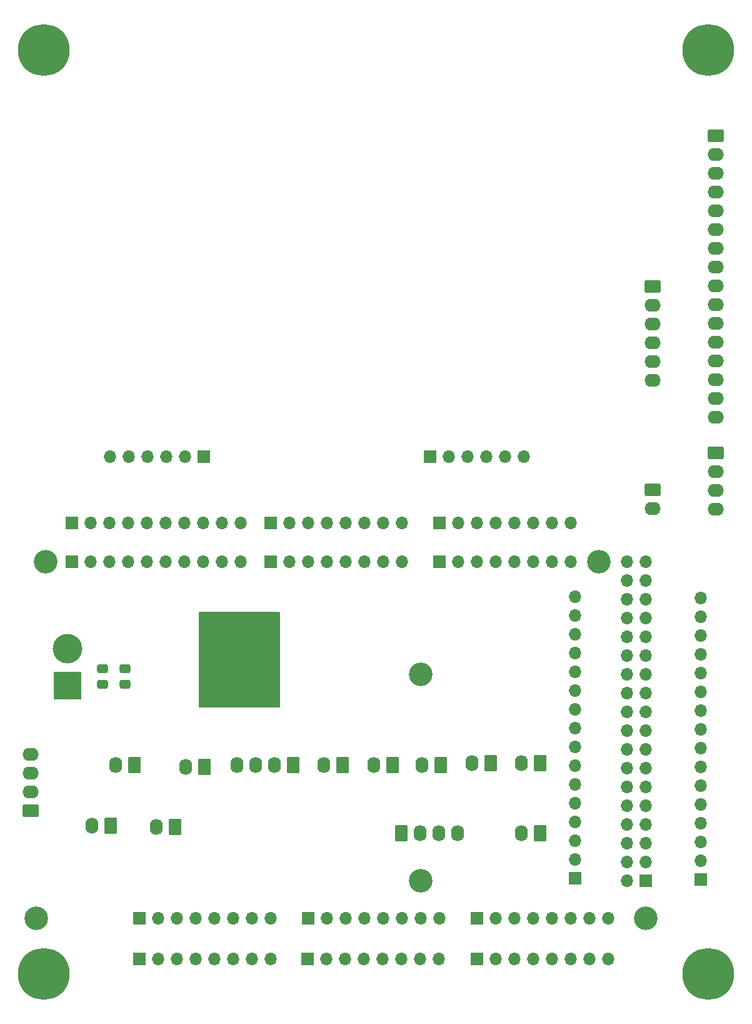
<source format=gbs>
%TF.GenerationSoftware,KiCad,Pcbnew,7.0.7*%
%TF.CreationDate,2024-01-13T15:05:05+01:00*%
%TF.ProjectId,rotor,726f746f-722e-46b6-9963-61645f706362,rev?*%
%TF.SameCoordinates,Original*%
%TF.FileFunction,Soldermask,Bot*%
%TF.FilePolarity,Negative*%
%FSLAX46Y46*%
G04 Gerber Fmt 4.6, Leading zero omitted, Abs format (unit mm)*
G04 Created by KiCad (PCBNEW 7.0.7) date 2024-01-13 15:05:05*
%MOMM*%
%LPD*%
G01*
G04 APERTURE LIST*
G04 Aperture macros list*
%AMRoundRect*
0 Rectangle with rounded corners*
0 $1 Rounding radius*
0 $2 $3 $4 $5 $6 $7 $8 $9 X,Y pos of 4 corners*
0 Add a 4 corners polygon primitive as box body*
4,1,4,$2,$3,$4,$5,$6,$7,$8,$9,$2,$3,0*
0 Add four circle primitives for the rounded corners*
1,1,$1+$1,$2,$3*
1,1,$1+$1,$4,$5*
1,1,$1+$1,$6,$7*
1,1,$1+$1,$8,$9*
0 Add four rect primitives between the rounded corners*
20,1,$1+$1,$2,$3,$4,$5,0*
20,1,$1+$1,$4,$5,$6,$7,0*
20,1,$1+$1,$6,$7,$8,$9,0*
20,1,$1+$1,$8,$9,$2,$3,0*%
G04 Aperture macros list end*
%ADD10RoundRect,0.250000X0.620000X0.845000X-0.620000X0.845000X-0.620000X-0.845000X0.620000X-0.845000X0*%
%ADD11O,1.740000X2.190000*%
%ADD12C,7.000000*%
%ADD13C,3.200000*%
%ADD14R,1.700000X1.700000*%
%ADD15O,1.700000X1.700000*%
%ADD16RoundRect,0.250000X-0.845000X0.620000X-0.845000X-0.620000X0.845000X-0.620000X0.845000X0.620000X0*%
%ADD17O,2.190000X1.740000*%
%ADD18RoundRect,0.250000X-0.620000X-0.845000X0.620000X-0.845000X0.620000X0.845000X-0.620000X0.845000X0*%
%ADD19R,3.800000X3.800000*%
%ADD20C,4.000000*%
%ADD21RoundRect,0.250000X0.845000X-0.620000X0.845000X0.620000X-0.845000X0.620000X-0.845000X-0.620000X0*%
%ADD22RoundRect,0.250000X-0.475000X0.337500X-0.475000X-0.337500X0.475000X-0.337500X0.475000X0.337500X0*%
G04 APERTURE END LIST*
D10*
%TO.C,J31*%
X155500000Y-76730000D03*
D11*
X152960000Y-76730000D03*
%TD*%
D12*
%TO.C,H2*%
X205000000Y-105000000D03*
%TD*%
D13*
%TO.C,MH6*%
X196520000Y-97460000D03*
%TD*%
D10*
%TO.C,J36*%
X162250000Y-76750000D03*
D11*
X159710000Y-76750000D03*
%TD*%
D14*
%TO.C,J10*%
X173640000Y-103000000D03*
D15*
X176180000Y-103000000D03*
X178720000Y-103000000D03*
X181260000Y-103000000D03*
X183800000Y-103000000D03*
X186340000Y-103000000D03*
X188880000Y-103000000D03*
X191420000Y-103000000D03*
%TD*%
D14*
%TO.C,J12*%
X118840000Y-44000000D03*
D15*
X121380000Y-44000000D03*
X123920000Y-44000000D03*
X126460000Y-44000000D03*
X129000000Y-44000000D03*
X131540000Y-44000000D03*
X134080000Y-44000000D03*
X136620000Y-44000000D03*
X139160000Y-44000000D03*
X141700000Y-44000000D03*
%TD*%
D14*
%TO.C,J14*%
X187000000Y-92050000D03*
D15*
X187000000Y-89510000D03*
X187000000Y-86970000D03*
X187000000Y-84430000D03*
X187000000Y-81890000D03*
X187000000Y-79350000D03*
X187000000Y-76810000D03*
X187000000Y-74270000D03*
X187000000Y-71730000D03*
X187000000Y-69190000D03*
X187000000Y-66650000D03*
X187000000Y-64110000D03*
X187000000Y-61570000D03*
X187000000Y-59030000D03*
X187000000Y-56490000D03*
X187000000Y-53950000D03*
%TD*%
D10*
%TO.C,J25*%
X136750000Y-77000000D03*
D11*
X134210000Y-77000000D03*
%TD*%
D12*
%TO.C,H1*%
X115000000Y-105000000D03*
%TD*%
D10*
%TO.C,J29*%
X168750000Y-76750000D03*
D11*
X166210000Y-76750000D03*
%TD*%
D16*
%TO.C,J32*%
X197500000Y-39500000D03*
D17*
X197500000Y-42040000D03*
%TD*%
D10*
%TO.C,J22*%
X124040000Y-85000000D03*
D11*
X121500000Y-85000000D03*
%TD*%
D14*
%TO.C,J13*%
X145700000Y-44000000D03*
D15*
X148240000Y-44000000D03*
X150780000Y-44000000D03*
X153320000Y-44000000D03*
X155860000Y-44000000D03*
X158400000Y-44000000D03*
X160940000Y-44000000D03*
X163480000Y-44000000D03*
%TD*%
D13*
%TO.C,MH1*%
X115240000Y-49200000D03*
%TD*%
D10*
%TO.C,J19*%
X175500000Y-76500000D03*
D11*
X172960000Y-76500000D03*
%TD*%
D12*
%TO.C,H3*%
X115000000Y20000000D03*
%TD*%
D10*
%TO.C,J17*%
X182250000Y-76500000D03*
D11*
X179710000Y-76500000D03*
%TD*%
D10*
%TO.C,J30*%
X148810000Y-76730000D03*
D11*
X146270000Y-76730000D03*
X143730000Y-76730000D03*
X141190000Y-76730000D03*
%TD*%
D18*
%TO.C,J35*%
X163460000Y-86000000D03*
D11*
X166000000Y-86000000D03*
X168540000Y-86000000D03*
X171080000Y-86000000D03*
%TD*%
D16*
%TO.C,J18*%
X197500000Y-12000000D03*
D17*
X197500000Y-14540000D03*
X197500000Y-17080000D03*
X197500000Y-19620000D03*
X197500000Y-22160000D03*
X197500000Y-24700000D03*
%TD*%
D19*
%TO.C,J37*%
X118250000Y-66000000D03*
D20*
X118250000Y-61000000D03*
%TD*%
D14*
%TO.C,J15*%
X204000000Y-92240000D03*
D15*
X204000000Y-89700000D03*
X204000000Y-87160000D03*
X204000000Y-84620000D03*
X204000000Y-82080000D03*
X204000000Y-79540000D03*
X204000000Y-77000000D03*
X204000000Y-74460000D03*
X204000000Y-71920000D03*
X204000000Y-69380000D03*
X204000000Y-66840000D03*
X204000000Y-64300000D03*
X204000000Y-61760000D03*
X204000000Y-59220000D03*
X204000000Y-56680000D03*
X204000000Y-54140000D03*
%TD*%
D21*
%TO.C,J21*%
X113200000Y-82920000D03*
D17*
X113200000Y-80380000D03*
X113200000Y-77840000D03*
X113200000Y-75300000D03*
%TD*%
D14*
%TO.C,J11*%
X168620000Y-44000000D03*
D15*
X171160000Y-44000000D03*
X173700000Y-44000000D03*
X176240000Y-44000000D03*
X178780000Y-44000000D03*
X181320000Y-44000000D03*
X183860000Y-44000000D03*
X186400000Y-44000000D03*
%TD*%
D10*
%TO.C,J23*%
X127250000Y-76750000D03*
D11*
X124710000Y-76750000D03*
%TD*%
D10*
%TO.C,J24*%
X132800000Y-85140000D03*
D11*
X130260000Y-85140000D03*
%TD*%
D16*
%TO.C,J20*%
X206000000Y8400000D03*
D17*
X206000000Y5860000D03*
X206000000Y3320000D03*
X206000000Y780000D03*
X206000000Y-1760000D03*
X206000000Y-4300000D03*
X206000000Y-6840000D03*
X206000000Y-9380000D03*
X206000000Y-11920000D03*
X206000000Y-14460000D03*
X206000000Y-17000000D03*
X206000000Y-19540000D03*
X206000000Y-22080000D03*
X206000000Y-24620000D03*
X206000000Y-27160000D03*
X206000000Y-29700000D03*
%TD*%
D13*
%TO.C,MH2*%
X113970000Y-97460000D03*
%TD*%
D14*
%TO.C,J26*%
X167300000Y-35000000D03*
D15*
X169840000Y-35000000D03*
X172380000Y-35000000D03*
X174920000Y-35000000D03*
X177460000Y-35000000D03*
X180000000Y-35000000D03*
%TD*%
D13*
%TO.C,MH3*%
X166040000Y-64440000D03*
%TD*%
D16*
%TO.C,J33*%
X206000000Y-34460000D03*
D17*
X206000000Y-37000000D03*
X206000000Y-39540000D03*
X206000000Y-42080000D03*
%TD*%
D13*
%TO.C,MH4*%
X166040000Y-92380000D03*
%TD*%
D12*
%TO.C,H4*%
X205000000Y20000000D03*
%TD*%
D10*
%TO.C,J34*%
X182250000Y-86000000D03*
D11*
X179710000Y-86000000D03*
%TD*%
D13*
%TO.C,MH5*%
X190170000Y-49200000D03*
%TD*%
D14*
%TO.C,J7*%
X196530000Y-92380000D03*
D15*
X193990000Y-92380000D03*
X196530000Y-89840000D03*
X193990000Y-89840000D03*
X196530000Y-87300000D03*
X193990000Y-87300000D03*
X196530000Y-84760000D03*
X193990000Y-84760000D03*
X196530000Y-82220000D03*
X193990000Y-82220000D03*
X196530000Y-79680000D03*
X193990000Y-79680000D03*
X196530000Y-77140000D03*
X193990000Y-77140000D03*
X196530000Y-74600000D03*
X193990000Y-74600000D03*
X196530000Y-72060000D03*
X193990000Y-72060000D03*
X196530000Y-69520000D03*
X193990000Y-69520000D03*
X196530000Y-66980000D03*
X193990000Y-66980000D03*
X196530000Y-64440000D03*
X193990000Y-64440000D03*
X196530000Y-61900000D03*
X193990000Y-61900000D03*
X196530000Y-59360000D03*
X193990000Y-59360000D03*
X196530000Y-56820000D03*
X193990000Y-56820000D03*
X196530000Y-54280000D03*
X193990000Y-54280000D03*
X196530000Y-51740000D03*
X193990000Y-51740000D03*
X196530000Y-49200000D03*
X193990000Y-49200000D03*
%TD*%
D14*
%TO.C,J1*%
X127940000Y-97460000D03*
D15*
X130480000Y-97460000D03*
X133020000Y-97460000D03*
X135560000Y-97460000D03*
X138100000Y-97460000D03*
X140640000Y-97460000D03*
X143180000Y-97460000D03*
X145720000Y-97460000D03*
%TD*%
D14*
%TO.C,J5*%
X173660000Y-97460000D03*
D15*
X176200000Y-97460000D03*
X178740000Y-97460000D03*
X181280000Y-97460000D03*
X183820000Y-97460000D03*
X186360000Y-97460000D03*
X188900000Y-97460000D03*
X191440000Y-97460000D03*
%TD*%
D14*
%TO.C,J2*%
X118796000Y-49200000D03*
D15*
X121336000Y-49200000D03*
X123876000Y-49200000D03*
X126416000Y-49200000D03*
X128956000Y-49200000D03*
X131496000Y-49200000D03*
X134036000Y-49200000D03*
X136576000Y-49200000D03*
X139116000Y-49200000D03*
X141656000Y-49200000D03*
%TD*%
D14*
%TO.C,J4*%
X145720000Y-49200000D03*
D15*
X148260000Y-49200000D03*
X150800000Y-49200000D03*
X153340000Y-49200000D03*
X155880000Y-49200000D03*
X158420000Y-49200000D03*
X160960000Y-49200000D03*
X163500000Y-49200000D03*
%TD*%
D14*
%TO.C,J6*%
X168580000Y-49200000D03*
D15*
X171120000Y-49200000D03*
X173660000Y-49200000D03*
X176200000Y-49200000D03*
X178740000Y-49200000D03*
X181280000Y-49200000D03*
X183820000Y-49200000D03*
X186360000Y-49200000D03*
%TD*%
D14*
%TO.C,J8*%
X150760000Y-103000000D03*
D15*
X153300000Y-103000000D03*
X155840000Y-103000000D03*
X158380000Y-103000000D03*
X160920000Y-103000000D03*
X163460000Y-103000000D03*
X166000000Y-103000000D03*
X168540000Y-103000000D03*
%TD*%
D22*
%TO.C,C1*%
X122990000Y-63750000D03*
X122990000Y-65825000D03*
%TD*%
D14*
%TO.C,J3*%
X150800000Y-97450000D03*
D15*
X153340000Y-97450000D03*
X155880000Y-97450000D03*
X158420000Y-97450000D03*
X160960000Y-97450000D03*
X163500000Y-97450000D03*
X166040000Y-97450000D03*
X168580000Y-97450000D03*
%TD*%
D14*
%TO.C,J9*%
X127930000Y-103000000D03*
D15*
X130470000Y-103000000D03*
X133010000Y-103000000D03*
X135550000Y-103000000D03*
X138090000Y-103000000D03*
X140630000Y-103000000D03*
X143170000Y-103000000D03*
X145710000Y-103000000D03*
%TD*%
D22*
%TO.C,C4*%
X126000000Y-63750000D03*
X126000000Y-65825000D03*
%TD*%
D14*
%TO.C,J16*%
X136700000Y-35050000D03*
D15*
X134160000Y-35050000D03*
X131620000Y-35050000D03*
X129080000Y-35050000D03*
X126540000Y-35050000D03*
X124000000Y-35050000D03*
%TD*%
G36*
X146943039Y-56019685D02*
G01*
X146988794Y-56072489D01*
X147000000Y-56124000D01*
X147000000Y-68876000D01*
X146980315Y-68943039D01*
X146927511Y-68988794D01*
X146876000Y-69000000D01*
X136124000Y-69000000D01*
X136056961Y-68980315D01*
X136011206Y-68927511D01*
X136000000Y-68876000D01*
X136000000Y-56124000D01*
X136019685Y-56056961D01*
X136072489Y-56011206D01*
X136124000Y-56000000D01*
X146876000Y-56000000D01*
X146943039Y-56019685D01*
G37*
M02*

</source>
